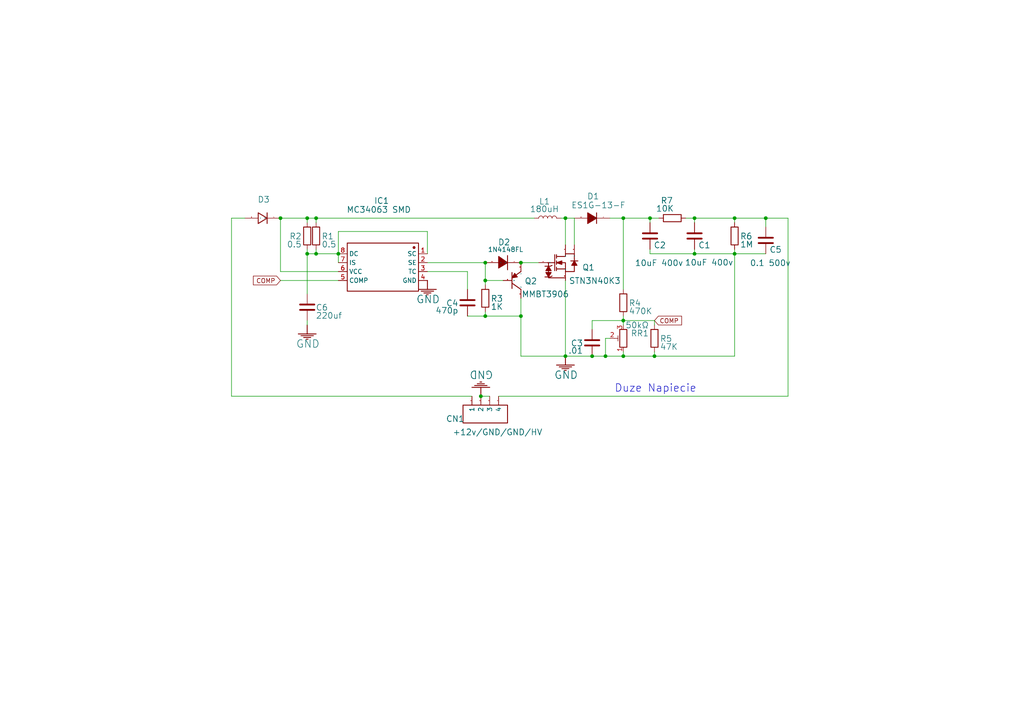
<source format=kicad_sch>
(kicad_sch (version 20250114) (generator "eeschema") (generator_version "9.0")
  (paper "User" 292.1 205.105)
  (lib_symbols
    (symbol "1N4148FL"
      (property "Reference" "D2" (at -1.4986 6.7945 0))
      (property "Value" "1N4148FL" (at -4.3688 4.5021 0))
      (symbol "1N4148FL_0_0"
        (polyline (pts (xy -1.27 -1.524) (xy 1.27 0) (xy -1.27 1.778) (xy -1.27 -1.524)) (stroke (width 0.254)) (fill (type outline)))
        (polyline (pts (xy 1.27 2.032) (xy 1.27 -2.032)) (stroke (width 0.254)))
        (pin unspecified line (at -5.08 0 0) (length 3.81) (name "A") (number "2"))
        (pin unspecified line (at 5.08 0 180) (length 3.81) (name "C") (number "1"))
      )
    )
    (symbol "4Pin Header"
      (property "Reference" "CN1" (at -11.2522 -1.6637 0))
      (property "Value" "+12v/GND/GND/HV" (at -9.3472 -5.4737 0))
      (symbol "4Pin Header_0_0"
        (rectangle (start -6.35 1.27) (end 6.35 -3.81) (stroke (width 0.254)))
        (pin input line (at -3.81 3.81 270) (length 2.54) (name "1") (number "1"))
        (pin input line (at -1.27 3.81 270) (length 2.54) (name "2") (number "2"))
        (pin input line (at 1.27 3.81 270) (length 2.54) (name "3") (number "3"))
        (pin input line (at 3.81 3.81 270) (length 2.54) (name "4") (number "4"))
      )
    )
    (symbol "D1206 Diode GP"
      (property "Reference" "D3" (at -1.4986 6.2865 0))
      (symbol "D1206 Diode GP_0_0"
        (polyline (pts (xy -1.27 -1.524) (xy 1.27 0) (xy -1.27 1.524) (xy -1.27 -1.524)) (stroke (width 0.254)))
        (polyline (pts (xy 1.27 1.524) (xy 1.27 -1.524)) (stroke (width 0.254)))
        (pin unspecified line (at -5.08 0 0) (length 3.81) (name "A") (number "2"))
        (pin unspecified line (at 5.08 0 180) (length 3.81) (name "C") (number "1"))
      )
    )
    (symbol "Device:C" (pin_numbers (hide yes)) (pin_names (offset 0.254))
      (property "Reference" "C" (at 0.635 2.54 0))
      (property "Value" "C" (at 0.635 -2.54 0))
      (symbol "C_0_1"
        (polyline (pts (xy -2.032 0.762) (xy 2.032 0.762)) (stroke (width 0.508)))
        (polyline (pts (xy -2.032 -0.762) (xy 2.032 -0.762)) (stroke (width 0.508)))
      )
      (symbol "C_1_1"
        (pin passive line (at 0 3.81 270) (length 2.794) (name "~") (number "1"))
        (pin passive line (at 0 -3.81 90) (length 2.794) (name "~") (number "2"))
      )
    )
    (symbol "Device:L" (pin_numbers (hide yes)) (pin_names (offset 1.016) (hide yes))
      (property "Reference" "L" (at -1.27 0 90))
      (property "Value" "L" (at 1.905 0 90))
      (symbol "L_0_1"
        (arc (start 0 2.54) (mid 0.6323 1.905) (end 0 1.27))
        (arc (start 0 1.27) (mid 0.6323 0.635) (end 0 0))
        (arc (start 0 0) (mid 0.6323 -0.635) (end 0 -1.27))
        (arc (start 0 -1.27) (mid 0.6323 -1.905) (end 0 -2.54))
      )
      (symbol "L_1_1"
        (pin passive line (at 0 3.81 270) (length 1.27) (name "1") (number "1"))
        (pin passive line (at 0 -3.81 90) (length 1.27) (name "2") (number "2"))
      )
    )
    (symbol "Device:R" (pin_numbers (hide yes)) (pin_names (offset 0))
      (property "Reference" "R" (at 2.032 0 90))
      (property "Value" "R" (at 0 0 90))
      (symbol "R_0_1"
        (rectangle (start -1.016 -2.54) (end 1.016 2.54) (stroke (width 0.254)))
      )
      (symbol "R_1_1"
        (pin passive line (at 0 3.81 270) (length 1.27) (name "~") (number "1"))
        (pin passive line (at 0 -3.81 90) (length 1.27) (name "~") (number "2"))
      )
    )
    (symbol "Device:R_Potentiometer_Trim" (pin_names (offset 1.016) (hide yes))
      (property "Reference" "RV" (at -4.445 0 90))
      (property "Value" "R_Potentiometer_Trim" (at -2.54 0 90))
      (symbol "R_Potentiometer_Trim_0_1"
        (rectangle (start 1.016 2.54) (end -1.016 -2.54) (stroke (width 0.254)))
        (polyline (pts (xy 1.524 0.762) (xy 1.524 -0.762)))
        (polyline (pts (xy 2.54 0) (xy 1.524 0)))
      )
      (symbol "R_Potentiometer_Trim_1_1"
        (pin passive line (at 0 3.81 270) (length 1.27) (name "1") (number "1"))
        (pin passive line (at 0 -3.81 90) (length 1.27) (name "3") (number "3"))
        (pin passive line (at 3.81 0 180) (length 1.27) (name "2") (number "2"))
      )
    )
    (symbol "ES1G-13-F"
      (property "Reference" "D1" (at -1.4986 7.2009 0))
      (property "Value" "ES1G-13-F" (at -5.9944 4.6609 0))
      (symbol "ES1G-13-F_0_0"
        (polyline (pts (xy -1.27 -1.524) (xy 1.27 0) (xy -1.27 1.524) (xy -1.27 -1.524)) (stroke (width 0.254)) (fill (type outline)))
        (polyline (pts (xy 1.27 1.524) (xy 1.27 -1.524)) (stroke (width 0.254)))
        (pin unspecified line (at -5.08 0 0) (length 3.81) (name "A") (number "2"))
        (pin unspecified line (at 5.08 0 180) (length 3.81) (name "K") (number "1"))
      )
    )
    (symbol "GND" (power) (pin_numbers (hide yes)) (pin_names (hide yes))
      (property "Value" "GND" (at 0 -6.35 0))
      (symbol "GND_0_0"
        (polyline (pts (xy -2.54 -2.54) (xy 2.54 -2.54)) (stroke (width 0.254)))
        (polyline (pts (xy -1.778 -3.048) (xy 1.778 -3.048)) (stroke (width 0.254)))
        (polyline (pts (xy -1.016 -3.556) (xy 1.016 -3.556)) (stroke (width 0.254)))
        (polyline (pts (xy -0.254 -4.064) (xy 0.254 -4.064)) (stroke (width 0.254)))
        (polyline (pts (xy 0 0) (xy 0 -2.54)) (stroke (width 0.254)))
        (pin power_in line (at 0 0 270) (length 0) (name "GND") (number "1"))
      )
    )
    (symbol "MC34063 SMD"
      (property "Reference" "IC1" (at 1.8288 19.9009 0))
      (property "Value" "MC34063 SMD" (at 8.0772 17.3609 0))
      (symbol "MC34063 SMD_0_0"
        (rectangle (start -10.16 6.858) (end 10.16 -6.858) (stroke (width 0.254)))
        (circle (center 8.89 5.588) (radius 0.254) (stroke (width 0.254)) (fill (type outline)))
        (circle (center 8.89 5.588) (radius 0.254) (stroke (width 0.254)) (fill (type outline)))
        (pin unspecified line (at -12.7 3.81 0) (length 2.54) (name "DC") (number "8"))
        (pin unspecified line (at -12.7 1.27 0) (length 2.54) (name "IS") (number "7"))
        (pin unspecified line (at -12.7 -1.27 0) (length 2.54) (name "VCC") (number "6"))
        (pin unspecified line (at -12.7 -3.81 0) (length 2.54) (name "COMP") (number "5"))
        (pin unspecified line (at 12.7 3.81 180) (length 2.54) (name "SC") (number "1"))
        (pin unspecified line (at 12.7 1.27 180) (length 2.54) (name "SE") (number "2"))
        (pin unspecified line (at 12.7 -1.27 180) (length 2.54) (name "TC") (number "3"))
        (pin unspecified line (at 12.7 -3.81 180) (length 2.54) (name "GND") (number "4"))
      )
    )
    (symbol "MMBT3906"
      (property "Reference" "Q2" (at 3.556 0.7747 0))
      (property "Value" "MMBT3906" (at 2.7432 -2.9337 0))
      (symbol "MMBT3906_0_0"
        (polyline (pts (xy 0 0.762) (xy 2.54 2.54)) (stroke (width 0.254)))
        (polyline (pts (xy 0 0.762) (xy 0.762 2.032) (xy 1.524 1.016) (xy 0 0.762)) (stroke (width 0.254)) (fill (type outline)))
        (polyline (pts (xy 0 -2.286) (xy 0 2.286)) (stroke (width 0.254)))
        (polyline (pts (xy 2.54 -2.54) (xy 0 -0.762)) (stroke (width 0.254)))
        (pin input line (at -2.54 0 0) (length 2.54) (name "B") (number "1"))
        (pin input line (at 2.54 5.08 270) (length 2.54) (name "E") (number "2"))
        (pin input line (at 2.54 -5.08 90) (length 2.54) (name "C") (number "3"))
      )
    )
    (symbol "STN3N40K3_SOT223"
      (property "Reference" "Q1" (at 4.7498 -0.3937 0))
      (property "Value" "STN3N40K3" (at 0.9652 -4.2037 0))
      (symbol "STN3N40K3_SOT223_0_0"
        (polyline (pts (xy -5.08 0) (xy -3.048 0)) (stroke (width 0.254)))
        (polyline (pts (xy -4.826 0) (xy -4.826 -4.318) (xy 0 -4.318)) (stroke (width 0.254)))
        (polyline (pts (xy -4.826 -1.016) (xy -5.588 -2.286) (xy -4.064 -2.286) (xy -4.826 -1.016)) (stroke (width 0.254)) (fill (type outline)))
        (polyline (pts (xy -4.826 -4.064) (xy -5.588 -2.794) (xy -4.064 -2.794) (xy -4.826 -4.064)) (stroke (width 0.254)) (fill (type outline)))
        (polyline (pts (xy -3.81 -0.762) (xy -4.318 -1.016) (xy -5.334 -1.016) (xy -5.842 -1.016)) (stroke (width 0.254)))
        (polyline (pts (xy -3.81 -3.81) (xy -4.318 -4.064) (xy -5.334 -4.064) (xy -5.842 -4.064)) (stroke (width 0.254)))
        (polyline (pts (xy -3.048 2.286) (xy -3.048 -2.286)) (stroke (width 0.254)))
        (polyline (pts (xy -2.54 2.286) (xy -2.54 1.27)) (stroke (width 0.254)))
        (polyline (pts (xy -2.54 1.778) (xy 0 1.778) (xy 0 2.54) (xy 2.54 2.54) (xy 2.54 0.508)) (stroke (width 0.254)))
        (polyline (pts (xy -2.54 0) (xy -1.016 -0.508) (xy -1.016 0.508) (xy -2.54 0)) (stroke (width 0.254)) (fill (type outline)))
        (polyline (pts (xy -2.54 0) (xy 0 0) (xy 0 -2.54) (xy 2.54 -2.54) (xy 2.54 -0.762)) (stroke (width 0.254)))
        (polyline (pts (xy -2.54 -0.508) (xy -2.54 0.508)) (stroke (width 0.254)))
        (polyline (pts (xy -2.54 -2.286) (xy -2.54 -1.27)) (stroke (width 0.254)))
        (polyline (pts (xy 0 -1.778) (xy -2.54 -1.778)) (stroke (width 0.254)))
        (polyline (pts (xy 2.54 0.508) (xy 1.778 -0.762) (xy 3.302 -0.762) (xy 2.54 0.508)) (stroke (width 0.254)) (fill (type outline)))
        (polyline (pts (xy 3.556 0.508) (xy 3.048 0.508) (xy 2.032 0.508) (xy 1.524 0.508)) (stroke (width 0.254)))
        (pin unspecified line (at -7.62 0 0) (length 2.54) (name "G") (number "1"))
        (pin unspecified line (at 0 5.08 270) (length 2.54) (name "D") (number "4"))
        (pin unspecified line (at 0 -5.08 90) (length 2.54) (name "S") (number "3"))
        (pin unspecified line (at 2.54 5.08 270) (length 2.54) (name "D") (number "2"))
      )
    )
  )
  (text "Duze Napiecie\n" (at 175.26 109.5883 0) (effects (font (size 2.1717 2.1717)) (justify left top)))
  (junction (at 177.8 101.6))
  (junction (at 138.43 90.17))
  (junction (at 90.17 72.39))
  (junction (at 218.44 62.23))
  (junction (at 177.8 91.44))
  (junction (at 80.01 62.23))
  (junction (at 198.12 72.39))
  (junction (at 138.43 74.93))
  (junction (at 161.29 62.23))
  (junction (at 148.59 90.17))
  (junction (at 148.59 74.93))
  (junction (at 168.91 101.6))
  (junction (at 138.43 80.01))
  (junction (at 87.63 62.23))
  (junction (at 87.63 72.39))
  (junction (at 177.8 62.23))
  (junction (at 90.17 62.23))
  (junction (at 186.69 101.6))
  (junction (at 137.16 113.03))
  (junction (at 172.72 101.6))
  (junction (at 209.55 62.23))
  (junction (at 185.42 62.23))
  (junction (at 96.52 72.39))
  (junction (at 161.29 101.6))
  (junction (at 198.12 62.23))
  (junction (at 209.55 72.39))
  (wire (pts (xy 121.92 66.04) (xy 96.52 66.04)))
  (wire (pts (xy 198.12 72.39) (xy 209.55 72.39)))
  (wire (pts (xy 177.8 101.6) (xy 186.69 101.6)))
  (wire (pts (xy 138.43 90.17) (xy 148.59 90.17)))
  (wire (pts (xy 168.91 91.44) (xy 177.8 91.44)))
  (wire (pts (xy 90.17 71.12) (xy 90.17 72.39)))
  (wire (pts (xy 163.83 62.23) (xy 163.83 69.85)))
  (wire (pts (xy 96.52 66.04) (xy 96.52 72.39)))
  (wire (pts (xy 80.01 62.23) (xy 87.63 62.23)))
  (wire (pts (xy 172.72 101.6) (xy 172.72 96.52)))
  (wire (pts (xy 138.43 88.9) (xy 138.43 90.17)))
  (wire (pts (xy 185.42 72.39) (xy 198.12 72.39)))
  (wire (pts (xy 148.59 101.6) (xy 148.59 90.17)))
  (wire (pts (xy 186.69 101.6) (xy 209.55 101.6)))
  (wire (pts (xy 168.91 101.6) (xy 172.72 101.6)))
  (wire (pts (xy 209.55 62.23) (xy 209.55 63.5)))
  (wire (pts (xy 137.16 113.03) (xy 139.7 113.03)))
  (wire (pts (xy 142.24 113.03) (xy 224.79 113.03)))
  (wire (pts (xy 168.91 93.98) (xy 168.91 91.44)))
  (wire (pts (xy 160.02 62.23) (xy 161.29 62.23)))
  (wire (pts (xy 87.63 72.39) (xy 87.63 83.82)))
  (wire (pts (xy 90.17 72.39) (xy 96.52 72.39)))
  (wire (pts (xy 161.29 101.6) (xy 148.59 101.6)))
  (wire (pts (xy 185.42 62.23) (xy 185.42 63.5)))
  (wire (pts (xy 66.04 113.03) (xy 66.04 62.23)))
  (wire (pts (xy 66.04 62.23) (xy 69.85 62.23)))
  (wire (pts (xy 224.79 62.23) (xy 218.44 62.23)))
  (wire (pts (xy 209.55 72.39) (xy 209.55 101.6)))
  (wire (pts (xy 224.79 113.03) (xy 224.79 62.23)))
  (wire (pts (xy 177.8 90.17) (xy 177.8 91.44)))
  (wire (pts (xy 185.42 71.12) (xy 185.42 72.39)))
  (wire (pts (xy 177.8 91.44) (xy 186.69 91.44)))
  (wire (pts (xy 133.35 77.47) (xy 121.92 77.47)))
  (wire (pts (xy 138.43 80.01) (xy 143.51 80.01)))
  (wire (pts (xy 209.55 72.39) (xy 218.44 72.39)))
  (wire (pts (xy 186.69 100.33) (xy 186.69 101.6)))
  (wire (pts (xy 87.63 72.39) (xy 90.17 72.39)))
  (wire (pts (xy 161.29 80.01) (xy 161.29 101.6)))
  (wire (pts (xy 138.43 80.01) (xy 138.43 81.28)))
  (wire (pts (xy 218.44 64.77) (xy 218.44 62.23)))
  (wire (pts (xy 148.59 90.17) (xy 148.59 85.09)))
  (wire (pts (xy 121.92 72.39) (xy 121.92 66.04)))
  (wire (pts (xy 195.58 62.23) (xy 198.12 62.23)))
  (wire (pts (xy 87.63 62.23) (xy 90.17 62.23)))
  (wire (pts (xy 185.42 62.23) (xy 187.96 62.23)))
  (wire (pts (xy 177.8 91.44) (xy 177.8 92.71)))
  (wire (pts (xy 186.69 91.44) (xy 186.69 92.71)))
  (wire (pts (xy 148.59 74.93) (xy 153.67 74.93)))
  (wire (pts (xy 80.01 80.01) (xy 96.52 80.01)))
  (wire (pts (xy 198.12 62.23) (xy 198.12 63.5)))
  (wire (pts (xy 87.63 71.12) (xy 87.63 72.39)))
  (wire (pts (xy 133.35 82.55) (xy 133.35 77.47)))
  (wire (pts (xy 80.01 77.47) (xy 80.01 62.23)))
  (wire (pts (xy 177.8 62.23) (xy 173.99 62.23)))
  (wire (pts (xy 96.52 72.39) (xy 96.52 74.93)))
  (wire (pts (xy 90.17 62.23) (xy 152.4 62.23)))
  (wire (pts (xy 172.72 101.6) (xy 177.8 101.6)))
  (wire (pts (xy 161.29 69.85) (xy 161.29 62.23)))
  (wire (pts (xy 121.92 74.93) (xy 138.43 74.93)))
  (wire (pts (xy 177.8 62.23) (xy 177.8 82.55)))
  (wire (pts (xy 138.43 74.93) (xy 138.43 80.01)))
  (wire (pts (xy 133.35 90.17) (xy 138.43 90.17)))
  (wire (pts (xy 198.12 62.23) (xy 209.55 62.23)))
  (wire (pts (xy 161.29 62.23) (xy 163.83 62.23)))
  (wire (pts (xy 172.72 96.52) (xy 173.99 96.52)))
  (wire (pts (xy 134.62 113.03) (xy 66.04 113.03)))
  (wire (pts (xy 209.55 71.12) (xy 209.55 72.39)))
  (wire (pts (xy 177.8 100.33) (xy 177.8 101.6)))
  (wire (pts (xy 87.63 91.44) (xy 87.63 92.71)))
  (wire (pts (xy 177.8 62.23) (xy 185.42 62.23)))
  (wire (pts (xy 161.29 101.6) (xy 168.91 101.6)))
  (wire (pts (xy 90.17 62.23) (xy 90.17 63.5)))
  (wire (pts (xy 87.63 62.23) (xy 87.63 63.5)))
  (wire (pts (xy 96.52 77.47) (xy 80.01 77.47)))
  (wire (pts (xy 198.12 71.12) (xy 198.12 72.39)))
  (wire (pts (xy 209.55 62.23) (xy 218.44 62.23)))
  (global_label "COMP" (shape input) (at 186.69 91.44 0) (property "Intersheetrefs" "${INTERSHEET_REFS}" (effects (hide yes))))
  (global_label "COMP" (shape input) (at 80.01 80.01 180) (property "Intersheetrefs" "${INTERSHEET_REFS}" (effects (hide yes))))
  (symbol (lib_id "Device:R") (at 90.17 67.31 0) (unit 1)
    (property "Reference" "R1" (at 91.694 66.4337 0) (effects (font (size 1.6891 1.6891)) (justify left top)))
    (property "Value" "0.5" (at 91.694 68.7451 0) (effects (font (size 1.6891 1.6891)) (justify left top)))
    (property "Description" "Resistor" (effects (hide yes)))
    (property "Supplier" "skywin" (effects (hide yes)))
  )
  (symbol (lib_id "Device:R") (at 177.8 86.36 0) (unit 1)
    (property "Reference" "R4" (at 179.324 85.4837 0) (effects (font (size 1.6891 1.6891)) (justify left top)))
    (property "Value" "470K" (at 179.324 87.7951 0) (effects (font (size 1.6891 1.6891)) (justify left top)))
    (property "Description" "Resistor" (effects (hide yes)))
    (property "Supplier" "skywin" (effects (hide yes)))
  )
  (symbol (lib_id "Device:R") (at 87.63 67.31 0) (unit 1)
    (property "Reference" "R2" (at 86.106 66.4337 0) (effects (font (size 1.6891 1.6891)) (justify right top)))
    (property "Value" "0.5" (at 86.106 68.7451 0) (effects (font (size 1.6891 1.6891)) (justify right top)))
    (property "Description" "Resistor" (effects (hide yes)))
    (property "Supplier" "skywin" (effects (hide yes)))
  )
  (symbol (lib_id "Device:C") (at 185.42 67.31 0) (unit 1)
    (property "Reference" "C2" (at 186.436 68.9737 0) (effects (font (size 1.6891 1.6891)) (justify left top)))
    (property "Value" "10uF 400v" (at 181.0512 74.0537 0) (effects (font (size 1.6891 1.6891)) (justify left top)))
    (property "Description" "Unpolarized capacitor" (effects (hide yes)))
    (property "Manufacturer Part" "400SGV10M12.5X13.5" (effects (hide yes)))
    (property "Manufacturer" "rubycon(红宝石)" (effects (hide yes)))
    (property "Supplier Part" "C2164165" (effects (hide yes)))
    (property "Supplier" "LCSC" (effects (hide yes)))
  )
  (symbol (lib_id "Device:C") (at 133.35 86.36 0) (unit 1)
    (property "Reference" "C4" (at 130.81 85.5091 0) (effects (font (size 1.6891 1.6891)) (justify right top)))
    (property "Value" "470p" (at 130.81 87.6173 0) (effects (font (size 1.6891 1.6891)) (justify right top)))
    (property "Description" "Unpolarized capacitor" (effects (hide yes)))
    (property "Supplier" "skywin" (effects (hide yes)))
  )
  (symbol (lib_id "Device:C") (at 168.91 97.79 0) (unit 1)
    (property "Reference" "C3" (at 166.37 96.9391 0) (effects (font (size 1.6891 1.6891)) (justify right top)))
    (property "Value" ".01" (at 166.37 99.0473 0) (effects (font (size 1.6891 1.6891)) (justify right top)))
    (property "Description" "Unpolarized capacitor" (effects (hide yes)))
    (property "Supplier" "skywin" (effects (hide yes)))
  )
  (symbol (lib_id "4Pin Header") (at 138.43 116.84 0) (unit 0)
    (property "Reference" "CN1" (at 127.1778 118.5037 0) (effects (font (size 1.6891 1.6891)) (justify left top)))
    (property "Value" "+12v/GND/GND/HV" (at 129.0828 122.3137 0) (effects (font (size 1.6891 1.6891)) (justify left top)))
    (property "Manufacturer Part" "Header-Female-2.54_1x4" (effects (hide yes)))
    (property "Manufacturer" "ReliaPro" (effects (hide yes)))
    (property "Supplier Part" "C124413" (effects (hide yes)))
    (property "Supplier" "LCSC" (effects (hide yes)))
  )
  (symbol (lib_id "Device:C") (at 87.63 87.63 0) (unit 1)
    (property "Reference" "C6" (at 90.043 86.7537 0) (effects (font (size 1.6891 1.6891)) (justify left top)))
    (property "Value" "220uf" (at 90.043 89.0651 0) (effects (font (size 1.6891 1.6891)) (justify left top)))
    (property "Description" "Unpolarized capacitor" (effects (hide yes)))
  )
  (symbol (lib_id "GND") (at 137.16 113.03 180) (unit 0)
    (property "Reference" "#PWR0102" (effects (hide yes)))
    (property "Value" "GND" (at 133.8072 108.077 -180) (effects (font (size 2.1717 2.1717)) (justify left bottom)))
    (property "Description" "Symbol zasilania tworzy globalną etykietę z nazwą 'GND'" (effects (hide yes)))
  )
  (symbol (lib_id "D1206 Diode GP") (at 74.93 62.23 0) (unit 1)
    (property "Reference" "D3" (at 73.4314 55.9435 0) (effects (font (size 1.6891 1.6891)) (justify left top)))
    (property "Value" "D1206 Diode GP" (effects (hide yes)))
    (property "Manufacturer Part" "CD4148WP" (effects (hide yes)))
    (property "Manufacturer" "SUP" (effects (hide yes)))
    (property "Supplier" "lovemyswitches.com" (effects (hide yes)))
  )
  (symbol (lib_id "ES1G-13-F") (at 168.91 62.23 0) (unit 1)
    (property "Reference" "D1" (at 167.4114 55.0291 0) (effects (font (size 1.6891 1.6891)) (justify left top)))
    (property "Value" "ES1G-13-F" (at 162.9156 57.5691 0) (effects (font (size 1.6891 1.6891)) (justify left top)))
    (property "Manufacturer Part" "ES1G-13-F" (effects (hide yes)))
    (property "Manufacturer" "DIODES(美台)" (effects (hide yes)))
    (property "Supplier Part" "C85108" (effects (hide yes)))
    (property "Supplier" "LCSC" (effects (hide yes)))
  )
  (symbol (lib_id "Device:C") (at 198.12 67.31 0) (unit 1)
    (property "Reference" "C1" (at 199.136 68.9737 0) (effects (font (size 1.6891 1.6891)) (justify left top)))
    (property "Value" "10uF 400v" (at 195.326 73.914 0) (effects (font (size 1.6891 1.6891)) (justify left top)))
    (property "Description" "Unpolarized capacitor" (effects (hide yes)))
    (property "Manufacturer Part" "400SGV10M12.5X13.5" (effects (hide yes)))
    (property "Manufacturer" "rubycon(红宝石)" (effects (hide yes)))
    (property "Supplier Part" "C2164165" (effects (hide yes)))
    (property "Supplier" "LCSC" (effects (hide yes)))
  )
  (symbol (lib_id "Device:R") (at 138.43 85.09 0) (unit 1)
    (property "Reference" "R3" (at 139.954 84.2137 0) (effects (font (size 1.6891 1.6891)) (justify left top)))
    (property "Value" "1K" (at 139.954 86.5251 0) (effects (font (size 1.6891 1.6891)) (justify left top)))
    (property "Description" "Resistor" (effects (hide yes)))
    (property "Supplier" "skywin" (effects (hide yes)))
  )
  (symbol (lib_id "Device:C") (at 218.44 68.58 0) (unit 1)
    (property "Reference" "C5" (at 219.456 70.2437 0) (effects (font (size 1.6891 1.6891)) (justify left top)))
    (property "Value" "0.1 500v" (at 213.868 74.0537 0) (effects (font (size 1.6891 1.6891)) (justify left top)))
    (property "Description" "Unpolarized capacitor" (effects (hide yes)))
    (property "Supplier" "skywin" (effects (hide yes)))
  )
  (symbol (lib_id "1N4148FL") (at 143.51 74.93 0) (unit 0)
    (property "Reference" "D2" (at 142.0114 68.1355 0) (effects (font (size 1.6891 1.6891)) (justify left top)))
    (property "Value" "1N4148FL" (at 139.1412 70.4279 0) (effects (font (size 1.3271 1.3271)) (justify left top)))
    (property "Manufacturer Part" "1N4148FL" (effects (hide yes)))
    (property "Manufacturer" "Agertech(艾吉芯)" (effects (hide yes)))
    (property "Supplier Part" "C2874197" (effects (hide yes)))
    (property "Supplier" "LCSC" (effects (hide yes)))
  )
  (symbol (lib_id "Device:R") (at 186.69 96.52 0) (unit 1)
    (property "Reference" "R5" (at 188.214 95.6437 0) (effects (font (size 1.6891 1.6891)) (justify left top)))
    (property "Value" "47K" (at 188.214 97.9551 0) (effects (font (size 1.6891 1.6891)) (justify left top)))
    (property "Description" "Resistor" (effects (hide yes)))
    (property "Supplier" "skywin" (effects (hide yes)))
  )
  (symbol (lib_id "GND") (at 121.92 80.01 0) (unit 0)
    (property "Reference" "#PWR0104" (effects (hide yes)))
    (property "Value" "GND" (at 118.618 86.614 0) (effects (font (size 2.1717 2.1717)) (justify left bottom)))
    (property "Description" "Symbol zasilania tworzy globalną etykietę z nazwą 'GND'" (effects (hide yes)))
  )
  (symbol (lib_id "STN3N40K3_SOT223") (at 161.29 74.93 0) (unit 0)
    (property "Reference" "Q1" (at 166.0398 75.3237 0) (effects (font (size 1.6891 1.6891)) (justify left top)))
    (property "Value" "STN3N40K3" (at 162.2552 79.1337 0) (effects (font (size 1.6891 1.6891)) (justify left top)))
    (property "Manufacturer Part" "STN3N40K3" (effects (hide yes)))
    (property "Manufacturer" "ST(意法半导体)" (effects (hide yes)))
    (property "Supplier Part" "C128261" (effects (hide yes)))
    (property "Supplier" "LCSC" (effects (hide yes)))
  )
  (symbol (lib_id "Device:R") (at 191.77 62.23 90) (unit 1)
    (property "Reference" "R7" (at 192.024 58.166 90) (effects (font (size 1.6891 1.6891)) (justify left top)))
    (property "Value" "10K" (at 192.278 60.452 90) (effects (font (size 1.6891 1.6891)) (justify left top)))
    (property "Description" "Resistor" (effects (hide yes)))
    (property "Supplier" "skywin" (effects (hide yes)))
  )
  (symbol (lib_id "Device:R") (at 209.55 67.31 0) (unit 1)
    (property "Reference" "R6" (at 211.074 66.4337 0) (effects (font (size 1.6891 1.6891)) (justify left top)))
    (property "Value" "1M" (at 211.074 68.7451 0) (effects (font (size 1.6891 1.6891)) (justify left top)))
    (property "Description" "Resistor" (effects (hide yes)))
    (property "Supplier" "skywin" (effects (hide yes)))
  )
  (symbol (lib_id "Device:L") (at 156.21 62.23 90) (unit 1)
    (property "Reference" "L1" (at 156.972 58.42 90) (effects (font (size 1.6891 1.6891)) (justify left top)))
    (property "Value" "180uH" (at 159.512 60.6044 90) (effects (font (size 1.6891 1.6891)) (justify left top)))
    (property "Description" "Inductor" (effects (hide yes)))
    (property "Manufacturer Part" "SCDS105R-181M-N" (effects (hide yes)))
    (property "Manufacturer" "chilisin(奇力新)" (effects (hide yes)))
    (property "Supplier Part" "C329730" (effects (hide yes)))
    (property "Supplier" "LCSC" (effects (hide yes)))
  )
  (symbol (lib_id "GND") (at 161.29 101.6 0) (unit 1)
    (property "Reference" "#PWR0101" (effects (hide yes)))
    (property "Value" "GND" (at 157.988 108.204 0) (effects (font (size 2.1717 2.1717)) (justify left bottom)))
    (property "Description" "Symbol zasilania tworzy globalną etykietę z nazwą 'GND'" (effects (hide yes)))
  )
  (symbol (lib_id "MMBT3906") (at 146.05 80.01 0) (unit 0)
    (property "Reference" "Q2" (at 149.606 79.2353 0) (effects (font (size 1.6891 1.6891)) (justify left top)))
    (property "Value" "MMBT3906" (at 148.7932 82.9437 0) (effects (font (size 1.6891 1.6891)) (justify left top)))
    (property "Manufacturer Part" "MMBT3906HE3-TP" (effects (hide yes)))
    (property "Manufacturer" "MCC(美微科)" (effects (hide yes)))
    (property "Supplier Part" "C779220" (effects (hide yes)))
    (property "Supplier" "LCSC" (effects (hide yes)))
  )
  (symbol (lib_id "MC34063 SMD") (at 109.22 76.2 0) (unit 0)
    (property "Reference" "IC1" (at 111.0488 56.2991 0) (effects (font (size 1.6891 1.6891)) (justify right top)))
    (property "Value" "MC34063 SMD" (at 117.2972 58.8391 0) (effects (font (size 1.6891 1.6891)) (justify right top)))
    (property "Manufacturer Part" "MC34063" (effects (hide yes)))
    (property "Manufacturer" "FM" (effects (hide yes)))
    (property "Supplier Part" "C88084" (effects (hide yes)))
    (property "Supplier" "LCSC" (effects (hide yes)))
  )
  (symbol (lib_id "Device:R_Potentiometer_Trim") (at 177.8 96.52 180) (unit 1)
    (property "Reference" "RR1" (at 185.166 96.0374 0) (effects (font (size 1.6891 1.6891)) (justify left top)))
    (property "Value" "50kΩ" (at 185.166 93.726 0) (effects (font (size 1.6891 1.6891)) (justify left top)))
    (property "Description" "Trim-potentiometer" (effects (hide yes)))
    (property "Manufacturer Part" "3224J-1-503E" (effects (hide yes)))
    (property "Manufacturer" "BOURNS" (effects (hide yes)))
    (property "Supplier Part" "C5148639" (effects (hide yes)))
    (property "Supplier" "LCSC" (effects (hide yes)))
  )
  (symbol (lib_id "GND") (at 87.63 92.71 0) (unit 0)
    (property "Reference" "#PWR0103" (effects (hide yes)))
    (property "Value" "GND" (at 84.328 99.314 0) (effects (font (size 2.1717 2.1717)) (justify left bottom)))
    (property "Description" "Symbol zasilania tworzy globalną etykietę z nazwą 'GND'" (effects (hide yes)))
  )
)
</source>
